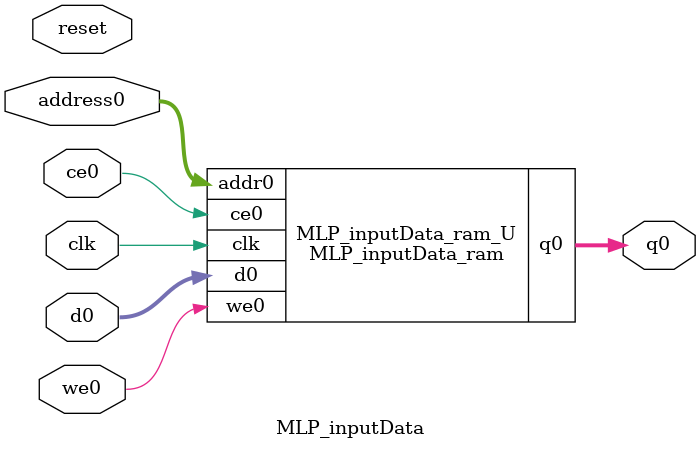
<source format=v>
`timescale 1 ns / 1 ps
module MLP_inputData_ram (addr0, ce0, d0, we0, q0,  clk);

parameter DWIDTH = 32;
parameter AWIDTH = 5;
parameter MEM_SIZE = 32;

input[AWIDTH-1:0] addr0;
input ce0;
input[DWIDTH-1:0] d0;
input we0;
output reg[DWIDTH-1:0] q0;
input clk;

(* ram_style = "block" *)reg [DWIDTH-1:0] ram[0:MEM_SIZE-1];




always @(posedge clk)  
begin 
    if (ce0) begin
        if (we0) 
            ram[addr0] <= d0; 
        q0 <= ram[addr0];
    end
end


endmodule

`timescale 1 ns / 1 ps
module MLP_inputData(
    reset,
    clk,
    address0,
    ce0,
    we0,
    d0,
    q0);

parameter DataWidth = 32'd32;
parameter AddressRange = 32'd32;
parameter AddressWidth = 32'd5;
input reset;
input clk;
input[AddressWidth - 1:0] address0;
input ce0;
input we0;
input[DataWidth - 1:0] d0;
output[DataWidth - 1:0] q0;



MLP_inputData_ram MLP_inputData_ram_U(
    .clk( clk ),
    .addr0( address0 ),
    .ce0( ce0 ),
    .we0( we0 ),
    .d0( d0 ),
    .q0( q0 ));

endmodule


</source>
